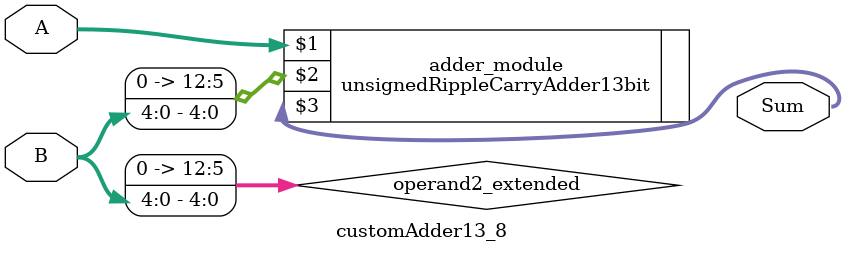
<source format=v>

module customAdder13_8(
                    input [12 : 0] A,
                    input [4 : 0] B,
                    
                    output [13 : 0] Sum
            );

    wire [12 : 0] operand2_extended;
    
    assign operand2_extended =  {8'b0, B};
    
    unsignedRippleCarryAdder13bit adder_module(
        A,
        operand2_extended,
        Sum
    );
    
endmodule
        
</source>
